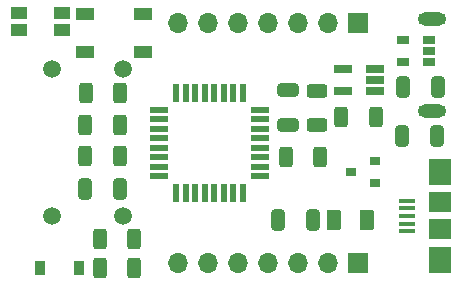
<source format=gbr>
%TF.GenerationSoftware,KiCad,Pcbnew,(6.0.1-0)*%
%TF.CreationDate,2022-05-02T12:36:28+02:00*%
%TF.ProjectId,SAMD_QTPY_MIDI,53414d44-5f51-4545-9059-5f4d4944492e,1*%
%TF.SameCoordinates,Original*%
%TF.FileFunction,Soldermask,Top*%
%TF.FilePolarity,Negative*%
%FSLAX46Y46*%
G04 Gerber Fmt 4.6, Leading zero omitted, Abs format (unit mm)*
G04 Created by KiCad (PCBNEW (6.0.1-0)) date 2022-05-02 12:36:28*
%MOMM*%
%LPD*%
G01*
G04 APERTURE LIST*
G04 Aperture macros list*
%AMRoundRect*
0 Rectangle with rounded corners*
0 $1 Rounding radius*
0 $2 $3 $4 $5 $6 $7 $8 $9 X,Y pos of 4 corners*
0 Add a 4 corners polygon primitive as box body*
4,1,4,$2,$3,$4,$5,$6,$7,$8,$9,$2,$3,0*
0 Add four circle primitives for the rounded corners*
1,1,$1+$1,$2,$3*
1,1,$1+$1,$4,$5*
1,1,$1+$1,$6,$7*
1,1,$1+$1,$8,$9*
0 Add four rect primitives between the rounded corners*
20,1,$1+$1,$2,$3,$4,$5,0*
20,1,$1+$1,$4,$5,$6,$7,0*
20,1,$1+$1,$6,$7,$8,$9,0*
20,1,$1+$1,$8,$9,$2,$3,0*%
G04 Aperture macros list end*
%ADD10RoundRect,0.249999X-0.312501X-0.625001X0.312501X-0.625001X0.312501X0.625001X-0.312501X0.625001X0*%
%ADD11RoundRect,0.249999X0.625001X-0.312501X0.625001X0.312501X-0.625001X0.312501X-0.625001X-0.312501X0*%
%ADD12R,1.560000X0.650000*%
%ADD13RoundRect,0.249999X0.312501X0.625001X-0.312501X0.625001X-0.312501X-0.625001X0.312501X-0.625001X0*%
%ADD14RoundRect,0.249999X-0.325001X-0.650001X0.325001X-0.650001X0.325001X0.650001X-0.325001X0.650001X0*%
%ADD15RoundRect,0.249999X0.325001X0.650001X-0.325001X0.650001X-0.325001X-0.650001X0.325001X-0.650001X0*%
%ADD16R,0.900000X0.800000*%
%ADD17R,1.700000X1.700000*%
%ADD18O,1.700000X1.700000*%
%ADD19R,1.500000X1.000000*%
%ADD20RoundRect,0.249999X0.650001X-0.325001X0.650001X0.325001X-0.650001X0.325001X-0.650001X-0.325001X0*%
%ADD21RoundRect,0.250000X-0.375000X-0.625000X0.375000X-0.625000X0.375000X0.625000X-0.375000X0.625000X0*%
%ADD22R,1.400000X0.400000*%
%ADD23R,1.900000X1.800000*%
%ADD24R,1.900000X2.300000*%
%ADD25R,1.060000X0.650000*%
%ADD26R,1.600000X0.550000*%
%ADD27R,0.550000X1.600000*%
%ADD28R,1.400000X1.050000*%
%ADD29RoundRect,0.250000X0.312500X0.625000X-0.312500X0.625000X-0.312500X-0.625000X0.312500X-0.625000X0*%
%ADD30RoundRect,0.250000X-0.312500X-0.625000X0.312500X-0.625000X0.312500X0.625000X-0.312500X0.625000X0*%
%ADD31R,0.900000X1.200000*%
%ADD32RoundRect,0.250000X0.325000X0.650000X-0.325000X0.650000X-0.325000X-0.650000X0.325000X-0.650000X0*%
%ADD33O,2.400000X1.150000*%
%ADD34C,1.500000*%
G04 APERTURE END LIST*
D10*
%TO.C,R2*%
X147187500Y-25100000D03*
X150112500Y-25100000D03*
%TD*%
D11*
%TO.C,R1*%
X145175000Y-25812500D03*
X145175000Y-22887500D03*
%TD*%
D12*
%TO.C,U2*%
X150025000Y-22925000D03*
X150025000Y-21975000D03*
X150025000Y-21025000D03*
X147325000Y-21025000D03*
X147325000Y-22925000D03*
%TD*%
D13*
%TO.C,R3*%
X145437500Y-28525000D03*
X142512500Y-28525000D03*
%TD*%
D14*
%TO.C,C3*%
X152375000Y-26775000D03*
X155325000Y-26775000D03*
%TD*%
D15*
%TO.C,C2*%
X144825000Y-33875000D03*
X141875000Y-33875000D03*
%TD*%
D16*
%TO.C,Q1*%
X150025000Y-30750000D03*
X150025000Y-28850000D03*
X148025000Y-29800000D03*
%TD*%
D17*
%TO.C,J4*%
X148590000Y-37465000D03*
D18*
X146050000Y-37465000D03*
X143510000Y-37465000D03*
X140970000Y-37465000D03*
X138430000Y-37465000D03*
X135890000Y-37465000D03*
X133350000Y-37465000D03*
%TD*%
D14*
%TO.C,C4*%
X152450000Y-22550000D03*
X155400000Y-22550000D03*
%TD*%
D19*
%TO.C,D1*%
X125550000Y-16400000D03*
X125550000Y-19600000D03*
X130450000Y-19600000D03*
X130450000Y-16400000D03*
%TD*%
D20*
%TO.C,C1*%
X142675000Y-25825000D03*
X142675000Y-22875000D03*
%TD*%
D21*
%TO.C,F1*%
X146600000Y-33825000D03*
X149400000Y-33825000D03*
%TD*%
D22*
%TO.C,J2*%
X152755000Y-34800000D03*
X152755000Y-34150000D03*
X152755000Y-33500000D03*
X152755000Y-32850000D03*
X152755000Y-32200000D03*
D23*
X155605000Y-32350000D03*
X155605000Y-34650000D03*
D24*
X155605000Y-29750000D03*
X155605000Y-37250000D03*
%TD*%
D17*
%TO.C,J3*%
X148590000Y-17145000D03*
D18*
X146050000Y-17145000D03*
X143510000Y-17145000D03*
X140970000Y-17145000D03*
X138430000Y-17145000D03*
X135890000Y-17145000D03*
X133350000Y-17145000D03*
%TD*%
D25*
%TO.C,U1*%
X154625000Y-20475000D03*
X154625000Y-19525000D03*
X154625000Y-18575000D03*
X152425000Y-18575000D03*
X152425000Y-20475000D03*
%TD*%
D26*
%TO.C,U4*%
X140300000Y-24525000D03*
X140300000Y-25325000D03*
X140300000Y-26125000D03*
X140300000Y-26925000D03*
X140300000Y-27725000D03*
X140300000Y-28525000D03*
X140300000Y-29325000D03*
X140300000Y-30125000D03*
D27*
X138850000Y-31575000D03*
X138050000Y-31575000D03*
X137250000Y-31575000D03*
X136450000Y-31575000D03*
X135650000Y-31575000D03*
X134850000Y-31575000D03*
X134050000Y-31575000D03*
X133250000Y-31575000D03*
D26*
X131800000Y-30125000D03*
X131800000Y-29325000D03*
X131800000Y-28525000D03*
X131800000Y-27725000D03*
X131800000Y-26925000D03*
X131800000Y-26125000D03*
X131800000Y-25325000D03*
X131800000Y-24525000D03*
D27*
X133250000Y-23075000D03*
X134050000Y-23075000D03*
X134850000Y-23075000D03*
X135650000Y-23075000D03*
X136450000Y-23075000D03*
X137250000Y-23075000D03*
X138050000Y-23075000D03*
X138850000Y-23075000D03*
%TD*%
D28*
%TO.C,SW2*%
X123550000Y-16280000D03*
X119950000Y-16280000D03*
X123550000Y-17720000D03*
X119950000Y-17720000D03*
%TD*%
D29*
%TO.C,R7*%
X129687500Y-35475000D03*
X126762500Y-35475000D03*
%TD*%
D30*
%TO.C,R4*%
X125537500Y-28425000D03*
X128462500Y-28425000D03*
%TD*%
D31*
%TO.C,D3*%
X124975000Y-37925000D03*
X121675000Y-37925000D03*
%TD*%
D29*
%TO.C,R6*%
X128487500Y-23100000D03*
X125562500Y-23100000D03*
%TD*%
D30*
%TO.C,R5*%
X126762500Y-37900000D03*
X129687500Y-37900000D03*
%TD*%
%TO.C,R8*%
X125537500Y-25825000D03*
X128462500Y-25825000D03*
%TD*%
D32*
%TO.C,C5*%
X128500000Y-31225000D03*
X125550000Y-31225000D03*
%TD*%
D33*
%TO.C,J1*%
X154900000Y-16820000D03*
X154900000Y-24595000D03*
%TD*%
D34*
%TO.C,J7*%
X128730000Y-33500000D03*
X122730000Y-33500000D03*
%TD*%
%TO.C,J6*%
X122700000Y-21100000D03*
X128700000Y-21100000D03*
%TD*%
M02*

</source>
